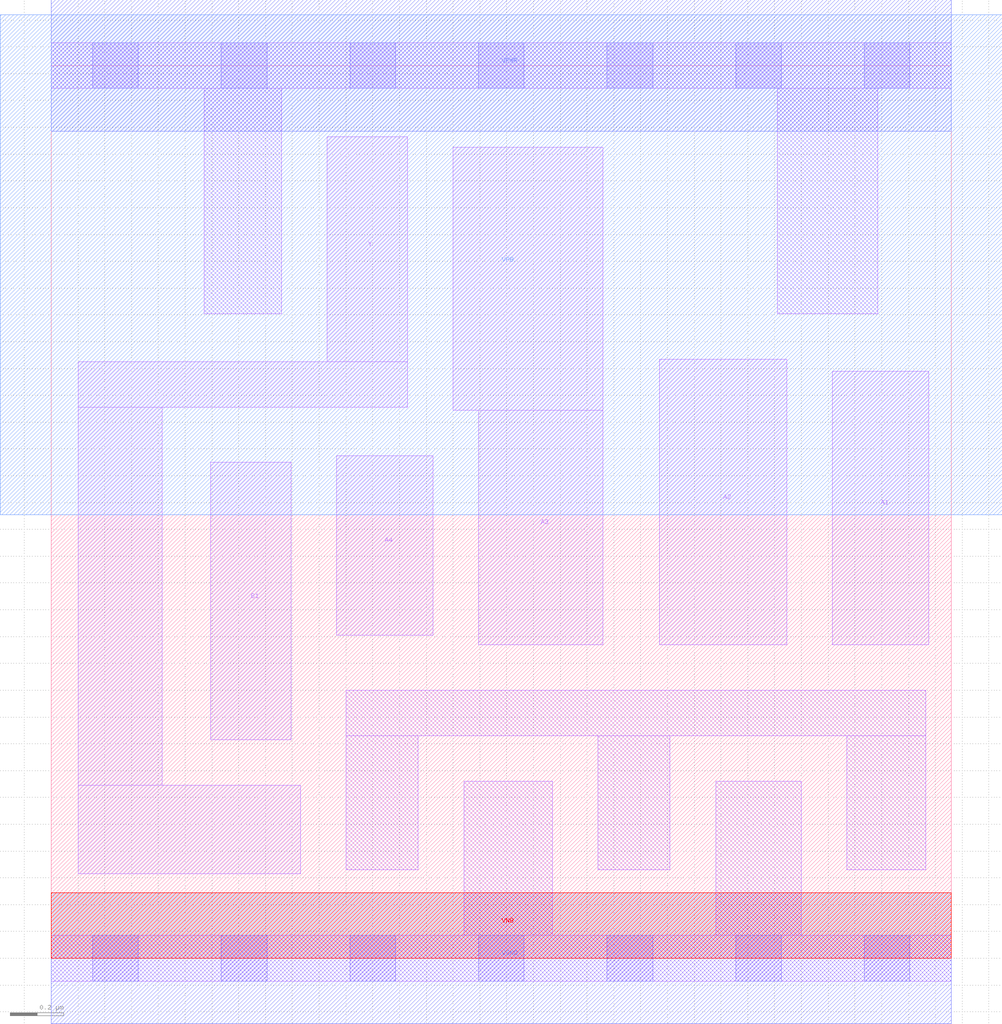
<source format=lef>
# Copyright 2020 The SkyWater PDK Authors
#
# Licensed under the Apache License, Version 2.0 (the "License");
# you may not use this file except in compliance with the License.
# You may obtain a copy of the License at
#
#     https://www.apache.org/licenses/LICENSE-2.0
#
# Unless required by applicable law or agreed to in writing, software
# distributed under the License is distributed on an "AS IS" BASIS,
# WITHOUT WARRANTIES OR CONDITIONS OF ANY KIND, either express or implied.
# See the License for the specific language governing permissions and
# limitations under the License.
#
# SPDX-License-Identifier: Apache-2.0

VERSION 5.7 ;
  NOWIREEXTENSIONATPIN ON ;
  DIVIDERCHAR "/" ;
  BUSBITCHARS "[]" ;
MACRO sky130_fd_sc_lp__o41ai_0
  CLASS CORE ;
  FOREIGN sky130_fd_sc_lp__o41ai_0 ;
  ORIGIN  0.000000  0.000000 ;
  SIZE  3.360000 BY  3.330000 ;
  SYMMETRY X Y R90 ;
  SITE unit ;
  PIN A1
    ANTENNAGATEAREA  0.159000 ;
    DIRECTION INPUT ;
    USE SIGNAL ;
    PORT
      LAYER li1 ;
        RECT 2.915000 1.170000 3.275000 2.190000 ;
    END
  END A1
  PIN A2
    ANTENNAGATEAREA  0.159000 ;
    DIRECTION INPUT ;
    USE SIGNAL ;
    PORT
      LAYER li1 ;
        RECT 2.270000 1.170000 2.745000 2.235000 ;
    END
  END A2
  PIN A3
    ANTENNAGATEAREA  0.159000 ;
    DIRECTION INPUT ;
    USE SIGNAL ;
    PORT
      LAYER li1 ;
        RECT 1.500000 2.045000 2.060000 3.025000 ;
        RECT 1.595000 1.170000 2.060000 2.045000 ;
    END
  END A3
  PIN A4
    ANTENNAGATEAREA  0.159000 ;
    DIRECTION INPUT ;
    USE SIGNAL ;
    PORT
      LAYER li1 ;
        RECT 1.065000 1.205000 1.425000 1.875000 ;
    END
  END A4
  PIN B1
    ANTENNAGATEAREA  0.159000 ;
    DIRECTION INPUT ;
    USE SIGNAL ;
    PORT
      LAYER li1 ;
        RECT 0.595000 0.815000 0.895000 1.850000 ;
    END
  END B1
  PIN Y
    ANTENNADIFFAREA  0.487900 ;
    DIRECTION OUTPUT ;
    USE SIGNAL ;
    PORT
      LAYER li1 ;
        RECT 0.100000 0.315000 0.930000 0.645000 ;
        RECT 0.100000 0.645000 0.415000 2.055000 ;
        RECT 0.100000 2.055000 1.330000 2.225000 ;
        RECT 1.030000 2.225000 1.330000 3.065000 ;
    END
  END Y
  PIN VGND
    DIRECTION INOUT ;
    USE GROUND ;
    PORT
      LAYER met1 ;
        RECT 0.000000 -0.245000 3.360000 0.245000 ;
    END
  END VGND
  PIN VNB
    DIRECTION INOUT ;
    USE GROUND ;
    PORT
      LAYER pwell ;
        RECT 0.000000 0.000000 3.360000 0.245000 ;
    END
  END VNB
  PIN VPB
    DIRECTION INOUT ;
    USE POWER ;
    PORT
      LAYER nwell ;
        RECT -0.190000 1.655000 3.550000 3.520000 ;
    END
  END VPB
  PIN VPWR
    DIRECTION INOUT ;
    USE POWER ;
    PORT
      LAYER met1 ;
        RECT 0.000000 3.085000 3.360000 3.575000 ;
    END
  END VPWR
  OBS
    LAYER li1 ;
      RECT 0.000000 -0.085000 3.360000 0.085000 ;
      RECT 0.000000  3.245000 3.360000 3.415000 ;
      RECT 0.570000  2.405000 0.860000 3.245000 ;
      RECT 1.100000  0.330000 1.370000 0.830000 ;
      RECT 1.100000  0.830000 3.265000 1.000000 ;
      RECT 1.540000  0.085000 1.870000 0.660000 ;
      RECT 2.040000  0.330000 2.310000 0.830000 ;
      RECT 2.480000  0.085000 2.800000 0.660000 ;
      RECT 2.710000  2.405000 3.085000 3.245000 ;
      RECT 2.970000  0.330000 3.265000 0.830000 ;
    LAYER mcon ;
      RECT 0.155000 -0.085000 0.325000 0.085000 ;
      RECT 0.155000  3.245000 0.325000 3.415000 ;
      RECT 0.635000 -0.085000 0.805000 0.085000 ;
      RECT 0.635000  3.245000 0.805000 3.415000 ;
      RECT 1.115000 -0.085000 1.285000 0.085000 ;
      RECT 1.115000  3.245000 1.285000 3.415000 ;
      RECT 1.595000 -0.085000 1.765000 0.085000 ;
      RECT 1.595000  3.245000 1.765000 3.415000 ;
      RECT 2.075000 -0.085000 2.245000 0.085000 ;
      RECT 2.075000  3.245000 2.245000 3.415000 ;
      RECT 2.555000 -0.085000 2.725000 0.085000 ;
      RECT 2.555000  3.245000 2.725000 3.415000 ;
      RECT 3.035000 -0.085000 3.205000 0.085000 ;
      RECT 3.035000  3.245000 3.205000 3.415000 ;
  END
END sky130_fd_sc_lp__o41ai_0
END LIBRARY

</source>
